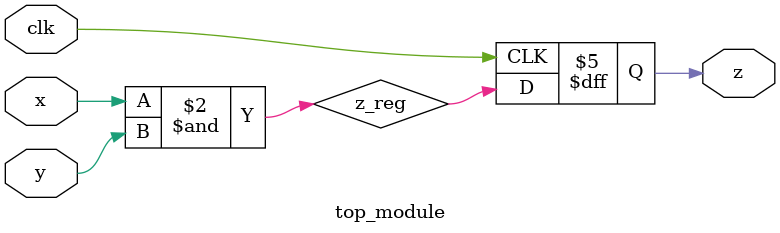
<source format=sv>
module top_module(
    input x,
    input y,
    output z,
    input clk);

    reg z_reg;
    always @(x, y) begin
        z_reg <= x & y;
    end
    
    initial begin
        z_reg = 1'b0;
    end

    always @(posedge clk) begin
        z <= z_reg;
    end
    
endmodule

</source>
